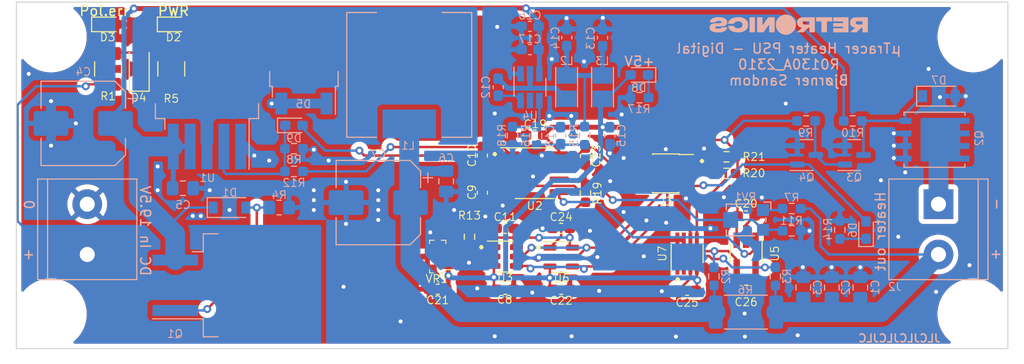
<source format=kicad_pcb>
(kicad_pcb (version 20211014) (generator pcbnew)
  (layers (0 "F.Cu" signal) (31 "B.Cu" signal) (34 "B.Paste" user) (35 "F.Paste" user) (36 "B.SilkS" user "B.Silkscreen") (37 "F.SilkS" user "F.Silkscreen") (38 "B.Mask" user) (39 "F.Mask" user) (44 "Edge.Cuts" user))
  (net 0 "")
  (net 1 "GNDPWR")
  (net 2 "VDC")
  (net 3 "Net-(C6-Pad1)")
  (net 4 "+5V")
  (net 5 "Net-(C9-Pad1)")
  (net 6 "Net-(C10-Pad1)")
  (net 7 "Net-(C10-Pad2)")
  (net 8 "VREF_4.096V")
  (net 9 "Net-(C12-Pad1)")
  (net 10 "Net-(C12-Pad2)")
  (net 11 "Net-(C13-Pad2)")
  (net 12 "Net-(C18-Pad1)")
  (net 13 "Net-(C18-Pad2)")
  (net 14 "CUR_LIM")
  (net 15 "Net-(C23-Pad2)")
  (net 16 "INA_CSENS")
  (net 17 "INA_VSENS")
  (net 18 "Net-(D1-Pad2)")
  (net 19 "Net-(D2-Pad1)")
  (net 20 "Net-(D3-Pad1)")
  (net 21 "Net-(D5-Pad2)")
  (net 22 "Net-(D6-Pad1)")
  (net 23 "OUT_EN")
  (net 24 "Net-(R10-Pad2)")
  (net 25 "Net-(J2-Pad1)")
  (net 26 "SDA")
  (net 27 "SCL")
  (net 28 "Net-(R7-Pad2)")
  (net 29 "Net-(D9-Pad1)")
  (net 30 "Net-(Q3-Pad1)")
  (net 31 "Net-(U2-Pad5)")
  (net 33 "Net-(J1-Pad1)")
  (net 34 "Net-(C1-Pad1)")
  (net 35 "Net-(D8-Pad1)")
  (net 36 "Net-(R13-Pad2)")
  (net 37 "Net-(R19-Pad2)")
  (footprint "LED_SMD:LED_0603_1608Metric_Pad1.05x0.95mm_HandSolder" (layer "F.Cu") (at 70.875 47.25)
    (fp_text reference "D2")
    (fp_text value "\"POWER\"")
  )
  (footprint "Resistor_SMD:R_1210_3225Metric_Pad1.30x2.65mm_HandSolder" (layer "F.Cu") (at 64.25 51.75 -90)
    (fp_text reference "R1")
    (fp_text value "5.6kΩ 1/2W")
  )
  (footprint "Package_TO_SOT_SMD:SOT-23-5_HandSoldering" (layer "F.Cu") (at 128.6 70.4 -90)
    (fp_text reference "U5")
    (fp_text value "INA293B1QDBVRQ1")
  )
  (footprint "Capacitor_SMD:C_0603_1608Metric_Pad1.08x0.95mm_HandSolder" (layer "F.Cu") (at 128.6 66.6 180)
    (fp_text reference "C20")
    (fp_text value "100nF")
  )
  (footprint "Capacitor_SMD:C_0603_1608Metric_Pad1.08x0.95mm_HandSolder" (layer "F.Cu") (at 104.3 74 180)
    (fp_text reference "C8")
    (fp_text value "100nF")
  )
  (footprint "Capacitor_SMD:C_0603_1608Metric_Pad1.08x0.95mm_HandSolder" (layer "F.Cu") (at 102 64.25 -90)
    (fp_text reference "C9")
    (fp_text value "2.2µF")
  )
  (footprint "Capacitor_SMD:C_0603_1608Metric_Pad1.08x0.95mm_HandSolder" (layer "F.Cu") (at 122.65 74.1)
    (fp_text reference "C25")
    (fp_text value "100nF")
  )
  (footprint "Capacitor_SMD:C_0603_1608Metric_Pad1.08x0.95mm_HandSolder" (layer "F.Cu") (at 102 60.5 -90)
    (fp_text reference "C10")
    (fp_text value "2.2µF")
  )
  (footprint "Package_TO_SOT_SMD:SOT-23-8_Handsoldering" (layer "F.Cu") (at 122.65 70.4 90)
    (fp_text reference "U7")
    (fp_text value "INA219AIDCNR")
  )
  (footprint "Package_SO:SOIC-8_3.9x4.9mm_P1.27mm" (layer "F.Cu") (at 107.28 62.28)
    (fp_text reference "U2")
    (fp_text value "ADA4522-2")
  )
  (footprint "Diode_SMD:D_SOD-123" (layer "F.Cu") (at 67.395 51.75 90)
    (fp_text reference "D4")
    (fp_text value "1N4148W")
  )
  (footprint "MountingHole:MountingHole_3.2mm_M3" (layer "F.Cu") (at 151.5 48.5)
    (fp_text reference "H4" hide)
    (fp_text value "MountingHole")
  )
  (footprint "MountingHole:MountingHole_3.2mm_M3" (layer "F.Cu") (at 151.5 76.5)
    (fp_text reference "H3" hide)
    (fp_text value "MountingHole")
  )
  (footprint "Connector_PinSocket_1.27mm:PinSocket_2x03_P1.27mm_Vertical_SMD" (layer "F.Cu") (at 120.5 62.3)
    (fp_text reference "J3")
    (fp_text value "Conn_01x06")
  )
  (footprint "Capacitor_SMD:C_0603_1608Metric_Pad1.08x0.95mm_HandSolder" (layer "F.Cu") (at 107.28 58.43)
    (fp_text reference "C19")
    (fp_text value "100nF")
  )
  (footprint "Resistor_SMD:R_0603_1608Metric_Pad0.98x0.95mm_HandSolder" (layer "F.Cu") (at 112.4 64.3 -90)
    (fp_text reference "R19")
    (fp_text value "22kΩ")
  )
  (footprint "Capacitor_SMD:C_0603_1608Metric_Pad1.08x0.95mm_HandSolder" (layer "F.Cu") (at 128.6 74.1 180)
    (fp_text reference "C26")
    (fp_text value "2.2µF")
  )
  (footprint "Resistor_SMD:R_0603_1608Metric_Pad0.98x0.95mm_HandSolder" (layer "F.Cu") (at 126.625 60.625 180)
    (fp_text reference "R21")
    (fp_text value "4.7kΩ")
  )
  (footprint "Resistor_SMD:R_1210_3225Metric_Pad1.30x2.65mm_HandSolder" (layer "F.Cu") (at 70.625 51.75 90)
    (fp_text reference "R5")
    (fp_text value "5.6kΩ 1/2W")
  )
  (footprint "digikey-footprints:SOT-23-3" (layer "F.Cu") (at 97.5 70.7 180)
    (fp_text reference "VR1")
    (fp_text value "MCP1541T-I_TT")
  )
  (footprint "Capacitor_SMD:C_0603_1608Metric_Pad1.08x0.95mm_HandSolder" (layer "F.Cu") (at 104.3 67.85 180)
    (fp_text reference "C11")
    (fp_text value "2.2µF")
  )
  (footprint "Capacitor_SMD:C_0603_1608Metric_Pad1.08x0.95mm_HandSolder" (layer "F.Cu") (at 109.95 74 180)
    (fp_text reference "C22")
    (fp_text value "100nF")
  )
  (footprint "Capacitor_SMD:C_0603_1608Metric_Pad1.08x0.95mm_HandSolder" (layer "F.Cu") (at 112.4 60.55 -90)
    (fp_text reference "C23")
    (fp_text value "2.2µF")
  )
  (footprint "LED_SMD:LED_0603_1608Metric_Pad1.05x0.95mm_HandSolder" (layer "F.Cu") (at 64.25 47.25)
    (fp_text reference "D3")
    (fp_text value "\"REV POL\"")
  )
  (footprint "Package_TO_SOT_SMD:SOT-23-6" (layer "F.Cu") (at 109.95 70.75)
    (fp_text reference "U6")
    (fp_text value "MCP4726")
  )
  (footprint "Resistor_SMD:R_0603_1608Metric_Pad0.98x0.95mm_HandSolder" (layer "F.Cu") (at 100.7 68.7 -90)
    (fp_text reference "R13")
    (fp_text value "22kΩ")
  )
  (footprint "Resistor_SMD:R_0603_1608Metric_Pad0.98x0.95mm_HandSolder" (layer "F.Cu") (at 126.625 62.3 180)
    (fp_text reference "R20")
    (fp_text value "4.7kΩ")
  )
  (footprint "Capacitor_SMD:C_0603_1608Metric_Pad1.08x0.95mm_HandSolder" (layer "F.Cu") (at 109.95 67.85 180)
    (fp_text reference "C24")
    (fp_text value "2.2µF")
  )
  (footprint "Capacitor_SMD:C_0603_1608Metric_Pad1.08x0.95mm_HandSolder" (layer "F.Cu") (at 97.5 74)
    (fp_text reference "C21")
    (fp_text value "100nF")
  )
  (footprint "MountingHole:MountingHole_3.2mm_M3" (layer "F.Cu") (at 58.5 76.5)
    (fp_text reference "H2" hide)
    (fp_text value "MountingHole")
  )
  (footprint "MountingHole:MountingHole_3.2mm_M3" (layer "F.Cu") (at 58.5 48.5)
    (fp_text reference "H1" hide)
    (fp_text value "MountingHole")
  )
  (footprint "Package_TO_SOT_SMD:SOT-23-6" (layer "F.Cu") (at 104.3 70.7)
    (fp_text reference "U3")
    (fp_text value "MCP4726")
  )
  (footprint "Inductor_SMD:L_Taiyo-Yuden_NR-20xx_HandSoldering" (layer "B.Cu") (at 114.12 53.59 -90)
    (fp_text reference "L3")
    (fp_text value "3.3µH 1.55A")
  )
  (footprint "Resistor_SMD:R_0603_1608Metric_Pad0.98x0.95mm_HandSolder" (layer "B.Cu") (at 131.55 72.7 -90)
    (fp_text reference "R3")
    (fp_text value "10Ω")
  )
  (footprint "Resistor_SMD:R_0603_1608Metric_Pad0.98x0.95mm_HandSolder" (layer "B.Cu") (at 125.35 72.7 -90)
    (fp_text reference "R2")
    (fp_text value "10Ω")
  )
  (footprint "Capacitor_SMD:C_0603_1608Metric_Pad1.08x0.95mm_HandSolder" (layer "B.Cu") (at 103.6 53.59 -90)
    (fp_text reference "C12")
    (fp_text value "100nF")
  )
  (footprint "myDevices:SIRA24DP-T1-GE3" (layer "B.Cu") (at 147.6 58.9)
    (fp_text reference "Q2")
    (fp_text value "SIRA24DP" hide)
  )
  (footprint "Inductor_SMD:L_Taiyo-Yuden_NR-20xx_HandSoldering" (layer "B.Cu") (at 110.5 53.59 90)
    (fp_text reference "L2")
    (fp_text value "10µH 1A")
  )
  (footprint "Capacitor_SMD:CP_Elec_8x10" (layer "B.Cu") (at 91.5075 65.25 180)
    (fp_text reference "C7")
    (fp_text value "470µF 35V")
  )
  (footprint "Resistor_SMD:R_0603_1608Metric_Pad0.98x0.95mm_HandSolder" (layer "B.Cu") (at 139.35 57)
    (fp_text reference "R10")
    (fp_text value "10kΩ")
  )
  (footprint "Resistor_SMD:R_0805_2012Metric_Pad1.20x1.40mm_HandSolder" (layer "B.Cu") (at 81.5 65.75 180)
    (fp_text reference "R4")
    (fp_text value "100kΩ")
  )
  (footprint "Package_TO_SOT_SMD:TO-263-5_TabPin3" (layer "B.Cu") (at 74.225 53.811472 90)
    (fp_text reference "U1")
    (fp_text value "XL4005")
  )
  (footprint "Capacitor_SMD:C_0603_1608Metric_Pad1.08x0.95mm_HandSolder" (layer "B.Cu") (at 110.51 48.58 -90)
    (fp_text reference "C14")
    (fp_text value "22µF 10V")
  )
  (footprint "Resistor_SMD:R_0603_1608Metric_Pad0.98x0.95mm_HandSolder" (layer "B.Cu") (at 83 62.1)
    (fp_text reference "R12")
    (fp_text value "1.5kΩ")
  )
  (footprint "Capacitor_SMD:C_0805_2012Metric_Pad1.18x1.45mm_HandSolder" (layer "B.Cu") (at 140.12 73.82 90)
    (fp_text reference "C1")
    (fp_text value "22µF 25V")
  )
  (footprint "Capacitor_SMD:C_0603_1608Metric_Pad1.08x0.95mm_HandSolder" (layer "B.Cu") (at 114.12 48.6 -90)
    (fp_text reference "C13")
    (fp_text value "22µF 10V")
  )
  (footprint "Capacitor_SMD:C_0805_2012Metric_Pad1.18x1.45mm_HandSolder" (layer "B.Cu") (at 98.35 63.1 -90)
    (fp_text reference "C6")
    (fp_text value "1µF 50V")
  )
  (footprint "Package_TO_SOT_SMD:SOT-23-6_Handsoldering" (layer "B.Cu") (at 106.8 53.59 -90)
    (fp_text reference "U4")
    (fp_text value "TPS54302")
  )
  (footprint "Capacitor_SMD:C_0603_1608Metric_Pad1.08x0.95mm_HandSolder" (layer "B.Cu") (at 114.85 58.5 90)
    (fp_text reference "C15")
    (fp_text value "22µF 10V")
  )
  (footprint "Package_TO_SOT_SMD:TO-263-2" (layer "B.Cu") (at 76.8 73.6)
    (fp_text reference "Q1")
    (fp_text value "IRF4905")
  )
  (footprint "Diode_SMD:D_SOD-123" (layer "B.Cu") (at 76.5 65.75)
    (fp_text reference "D1")
    (fp_text value "12V")
  )
  (footprint "myDevices:TerminalBlock_LCSC_P5.08mm" (layer "B.Cu") (at 148 65.41 -90)
    (fp_text reference "J2")
    (fp_text value "Heater output")
  )
  (footprint "Resistor_SMD:R_0603_1608Metric_Pad0.98x0.95mm_HandSolder" (layer "B.Cu") (at 107.466666 58.49 90)
    (fp_text reference "R16")
    (fp_text value "100kΩ")
  )
  (footprint "Resistor_SMD:R_0603_1608Metric_Pad0.98x0.95mm_HandSolder" (layer "B.Cu") (at 83 59.8)
    (fp_text reference "R8")
    (fp_text value "330Ω")
  )
  (footprint "Capacitor_SMD:C_0805_2012Metric_Pad1.18x1.45mm_HandSolder" (layer "B.Cu") (at 137.245 73.82 90)
    (fp_text reference "C2")
    (fp_text value "22µF 25V")
  )
  (footprint "Resistor_SMD:R_0603_1608Metric_Pad0.98x0.95mm_HandSolder" (layer "B.Cu") (at 133.2 65.85 180)
    (fp_text reference "R7")
    (fp_text value "3.3kΩ")
  )
  (footprint "Inductor_SMD:L_12x12mm_H8mm" (layer "B.Cu") (at 94.624264 52.351472 -90)
    (fp_text reference "L1")
    (fp_text value "33µH 4.2A")
  )
  (footprint "Capacitor_SMD:C_0805_2012Metric_Pad1.18x1.45mm_HandSolder" (layer "B.Cu") (at 71.8 63.8)
    (fp_text reference "C5")
    (fp_text value "1µF 50V")
  )
  (footprint "Potentiometer_SMD:Potentiometer_TT_35W" (layer "B.Cu") (at 128.5 67 180)
    (fp_text reference "RV1")
    (fp_text value "200Ω")
  )
  (footprint "Package_TO_SOT_SMD:TO-252-2" (layer "B.Cu") (at 84 51.041472 90)
    (fp_text reference "D5")
    (fp_text value "VS-50WQ04FN")
  )
  (footprint "Capacitor_SMD:C_0603_1608Metric_Pad1.08x0.95mm_HandSolder" (layer "B.Cu") (at 106.8 49.8)
    (fp_text reference "C17")
    (fp_text value "100nF")
  )
  (footprint "Resistor_SMD:R_0603_1608Metric_Pad0.98x0.95mm_HandSolder" (layer "B.Cu") (at 117.85 54.65 180)
    (fp_text reference "R17")
    (fp_text value "560Ω")
  )
  (footprint "Resistor_SMD:R_2512_6332Metric_Pad1.40x3.35mm_HandSolder" (layer "B.Cu") (at 128.58 76.31)
    (fp_text reference "R6")
    (fp_text value "10mΩ")
  )
  (footprint "Resistor_SMD:R_0603_1608Metric_Pad0.98x0.95mm_HandSolder" (layer "B.Cu") (at 112.32 58.49 -90)
    (fp_text reference "R15")
    (fp_text value "49.9Ω")
  )
  (footprint "Resistor_SMD:R_0603_1608Metric_Pad0.98x0.95mm_HandSolder" (layer "B.Cu") (at 105.04 58.49 -90)
    (fp_text reference "R18")
    (fp_text value "13.3kΩ")
  )
  (footprint "Resistor_SMD:R_0603_1608Metric_Pad0.98x0.95mm_HandSolder" (layer "B.Cu") (at 133.2 68.1 180)
    (fp_text reference "R11")
    (fp_text value "1kΩ")
  )
  (footprint "LED_SMD:LED_0603_1608Metric_Pad1.05x0.95mm_HandSolder" (layer "B.Cu") (at 140.7 68.025 90)
    (fp_text reference "D6")
    (fp_text value "\"Heater on\"")
  )
  (footprint "Capacitor_SMD:C_0603_1608Metric_Pad1.08x0.95mm_HandSolder" (layer "B.Cu") (at 109.893332 58.49 -90)
    (fp_text reference "C18")
    (fp_text value "75pF")
  )
  (footprint "Package_TO_SOT_SMD:SOT-23" (layer "B.Cu") (at 134.7 60.45)
    (fp_text reference "Q4")
    (fp_text value "BC847")
  )
  (footprint "Capacitor_SMD:C_0603_1608Metric_Pad1.08x0.95mm_HandSolder" (layer "B.Cu") (at 106.8 47.45)
    (fp_text reference "C16")
    (fp_text value "10µF 35V")
  )
  (footprint "LED_SMD:LED_0603_1608Metric_Pad1.05x0.95mm_HandSolder" (layer "B.Cu") (at 83 57.45)
    (fp_text reference "D9")
    (fp_text value "\"CUR LIM\"")
  )
  (footprint "myDevices:TerminalBlock_LCSC_P5.08mm" (layer "B.Cu") (at 62.15 70.49 90)
    (fp_text reference "J1" hide)
    (fp_text value "SMPS2_SEC")
  )
  (footprint "Resistor_SMD:R_0603_1608Metric_Pad0.98x0.95mm_HandSolder" (layer "B.Cu") (at 134.65 57)
    (fp_text reference "R9")
    (fp_text value "1.5kΩ")
  )
  (footprint "Resistor_SMD:R_0603_1608Metric_Pad0.98x0.95mm_HandSolder" (layer "B.Cu") (at 138.05 68 90)
    (fp_text reference "R14")
    (fp_text value "560Ω")
  )
  (footprint "LED_SMD:LED_0603_1608Metric_Pad1.05x0.95mm_HandSolder" (layer "B.Cu") (at 117.8275 52.35 180)
    (fp_text reference "D8")
    (fp_text value "\"+5V\"")
  )
  (footprint "Graphics:retronics_logo_18mm" (layer "B.Cu") (at 132.9 47.25 180)
    (fp_text reference "G***" hide)
    (fp_text value "LOGO" hide)
  )
  (footprint "Diode_SMD:D_SOD-123" (layer "B.Cu") (at 148.05 54.5)
    (fp_text reference "D7")
    (fp_text value "12V")
  )
  (footprint "Capacitor_SMD:CP_Elec_8x10" (layer "B.Cu") (at 61.75 57.25 180)
    (fp_text reference "C4")
    (fp_text value "470µF 35V")
  )
  (footprint "Capacitor_SMD:C_0805_2012Metric_Pad1.18x1.45mm_HandSolder" (layer "B.Cu") (at 134.37 73.82 90)
    (fp_text reference "C3")
    (fp_text value "22µF 25V")
  )
  (footprint "Package_TO_SOT_SMD:SOT-23" (layer "B.Cu") (at 139.5 60.45)
    (fp_text reference "Q3")
    (fp_text value "BC847")
  )
  (gr_line (start 55 80) (end 155 80) (layer "Edge.Cuts") (width 0.1))
  (gr_line (start 155 45) (end 155 80) (layer "Edge.Cuts") (width 0.1))
  (gr_line (start 55 45) (end 55 80) (layer "Edge.Cuts") (width 0.1))
  (gr_line (start 55 45) (end 155 45) (layer "Edge.Cuts") (width 0.1))
  (gr_text "+" (at 153.8 70.4) (layer "B.SilkS") (effects (font (size 1 1)) (justify mirror)))
  (gr_text "0" (at 56.35 65.45 90) (layer "B.SilkS") (effects (font (size 1 1)) (justify mirror)))
  (gr_text "+" (at 56.25 70.45) (layer "B.SilkS") (effects (font (size 1 1)) (justify mirror)))
  (gr_text "µTracer Heater PSU - Digital\nR0130A_2310\nBjørner Sandom\n" (at 132.904279 51.3) (layer "B.SilkS") (effects (font (size 1 1)) (justify mirror)))
  (gr_text "Heater out" (at 142.15 68.15 90) (layer "B.SilkS") (effects (font (size 1 1)) (justify mirror)))
  (gr_text "-" (at 153.8 65.4 90) (layer "B.SilkS") (effects (font (size 1 1)) (justify mirror)))
  (gr_text "+5V" (at 117.85 51) (layer "B.SilkS") (effects (font (size 1 1)) (justify mirror)))
  (gr_text "DC In 19.5V" (at 68 68.1 270) (layer "B.SilkS") (effects (font (size 1 1)) (justify mirror)))
  (gr_text "JLCJLCJLCJLC" (at 144.05 78.95) (layer "B.SilkS") (effects (font (size 0.8 0.8)) (justify mirror)))
  (gr_text "." (at 101.9 69.15) (layer "F.SilkS") (effects (font (size 1.5 1.5) (thickness 0.3))))
  (gr_text "." (at 107.65 69.2) (layer "F.SilkS") (effects (font (size 1.5 1.5) (thickness 0.3))))
  (gr_text "." (at 124.15 60.45) (layer "F.SilkS") (effects (font (size 1.5 1.5) (thickness 0.3))))
  (gr_text "." (at 103.25 59.75) (layer "F.SilkS") (effects (font (size 1.5 1.5) (thickness 0.3))))
  (gr_text "Pol.err." (at 64.1 45.9) (layer "F.SilkS") (effects (font (size 1 1))))
  (gr_text "." (at 121.7 72.4) (layer "F.SilkS") (effects (font (size 1.5 1.5) (thickness 0.3))))
  (gr_text "PWR" (at 70.85 45.9) (layer "F.SilkS") (effects (font (size 1 1))))
  (segment (start 128.6 69.05) (end 128.6 67.4625) (width 0.25) (layer "F.Cu") (net 1))
  (segment (start 122.98 71.75) (end 122.98 72.9075) (width 0.25) (layer "F.Cu") (net 1))
  (segment (start 108.075 67.85) (end 109.0875 67.85) (width 0.25) (layer "F.Cu") (net 1))
  (segment (start 107.75 70.75) (end 107.7 70.8) (width 0.25) (layer "F.Cu") (net 1))
  (segment (start 128.6 67.4625) (end 129.4625 66.6) (width 0.25) (layer "F.Cu") (net 1))
  (segment (start 108.8125 70.75) (end 107.75 70.75) (width 0.25) (layer "F.Cu") (net 1))
  (segment (start 122.98 72.9075) (end 121.7875 74.1) (width 0.25) (layer "F.Cu") (net 1))
  (via (at 108.75 56.5) (size 0.8) (drill 0.4) (layers "F.Cu" "B.Cu") (net 1))
  (via (at 96.75 68.25) (size 0.8) (drill 0.4) (layers "F.Cu" "B.Cu") (net 1))
  (via (at 120.5 59.85) (size 0.8) (drill 0.4) (layers "F.Cu" "B.Cu") (net 1))
  (via (at 140.12 71.77) (size 0.8) (drill 0.4) (layers "F.Cu" "B.Cu") (net 1))
  (via (at 143.5 59.5) (size 0.8) (drill 0.4) (layers "F.Cu" "B.Cu") (net 1))
  (via (at 91.5 67) (size 0.8) (drill 0.4) (layers "F.Cu" "B.Cu") (net 1))
  (via (at 135 68.1) (size 0.8) (drill 0.4) (layers "F.Cu" "B.Cu") (net 1))
  (via (at 148.15 54.6) (size 0.8) (drill 0.4) (layers "F.Cu" "B.Cu") (net 1))
  (via (at 126.36 64.71) (size 0.8) (drill 0.4) (layers "F.Cu" "B.Cu") (net 1))
  (via (at 103.5 47.5) (size 0.8) (drill 0.4) (layers "F.Cu" "B.Cu") (net 1))
  (via (at 128.45 76.45) (size 0.8) (drill 0.4) (layers "F.Cu" "B.Cu") (net 1))
  (via (at 116.25 66.2) (size 0.8) (drill 0.4) (layers "F.Cu" "B.Cu") (net 1))
  (via (at 113.78 74.16) (size 0.8) (drill 0.4) (layers "F.Cu" "B.Cu") (net 1))
  (via (at 120.537299 67.287299) (size 0.8) (drill 0.4) (layers "F.Cu" "B.Cu") (net 1))
  (via (at 114.15 46.59) (size 0.8) (drill 0.4) (layers "F.Cu" "B.Cu") (net 1))
  (via (at 69.25 64) (size 0.8) (drill 0.4) (layers "F.Cu" "B.Cu") (net 1))
  (via (at 147 51.75) (size 0.8) (drill 0.4) (layers "F.Cu" "B.Cu") (net 1))
  (via (at 73.6 66.6) (size 0.8) (drill 0.4) (layers "F.Cu" "B.Cu") (net 1))
  (via (at 103.25 56.25) (size 0.8) (drill 0.4) (layers "F.Cu" "B.Cu") (net 1))
  (via (at 133.8 78.65) (size 0.8) (drill 0.4) (layers "F.Cu" "B.Cu") (net 1))
  (via (at 107.11 62.61) (size 0.8) (drill 0.4) (layers "F.Cu" "B.Cu") (net 1))
  (via (at 144.65 62.2) (size 0.8) (drill 0.4) (layers "F.Cu" "B.Cu") (net 1))
  (via (at 102.3 66.65) (size 0.8) (drill 0.4) (layers "F.Cu" "B.Cu") (net 1))
  (via (at 84.9995 59.9) (size 0.8) (drill 0.4) (layers "F.Cu" "B.Cu") (net 1))
  (via (at 143.5 60.75) (size 0.8) (drill 0.4) (layers "F.Cu" "B.Cu") (net 1))
  (via (at 118.55 67.05) (size 0.8) (drill 0.4) (layers "F.Cu" "B.Cu") (net 1))
  (via (at 100.65 71.32) (size 0.8) (drill 0.4) (layers "F.Cu" "B.Cu") (net 1))
  (via (at 85 65) (size 0.8) (drill 0.4) (layers "F.Cu" "B.Cu") (net 1))
  (via (at 110.49 46.62) (size 0.8) (drill 0.4) (layers "F.Cu" "B.Cu") (net 1))
  (via (at 80.75 55.25) (size 0.8) (drill 0.4) (layers "F.Cu" "B.Cu") (net 1))
  (via (at 121.52 78.78) (size 0.8) (drill 0.4) (layers "F.Cu" "B.Cu") (net 1))
  (via (at 58.5 55) (size 0.8) (drill 0.4) (layers "F.Cu" "B.Cu") (net 1))
  (via (at 88 73.75) (size 0.8) (drill 0.4) (layers "F.Cu" "B.Cu") (net 1))
  (via (at 110.97 56.5) (size 0.8) (drill 0.4) (layers "F.Cu" "B.Cu") (net 1))
  (via (at 93.75 77.25) (size 0.8) (drill 0.4) (layers "F.Cu" "B.Cu") (net 1))
  (via (at 134.32 71.77) (size 0.8) (drill 0.4) (layers "F.Cu" "B.Cu") (net 1))
  (via (at 69.25 61.6) (size 0.8) (drill 0.4) (layers "F.Cu" "B.Cu") (net 1))
  (via (at 143.5 58.25) (size 0.8) (drill 0.4) (layers "F.Cu" "B.Cu") (net 1))
  (via (at 150.75 54.5) (size 0.8) (drill 0.4) (layers "F.Cu" "B.Cu") (net 1))
  (via (at 88.25 67.4) (size 0.8) (drill 0.4) (layers "F.Cu" "B.Cu") (net 1))
  (via (at 56.25 52.25) (size 0.8) (drill 0.4) (layers "F.Cu" "B.Cu") (net 1))
  (via (at 104.05 65.55) (size 0.8) (drill 0.4) (layers "F.Cu" "B.Cu") (net 1))
  (via (at 137.22 71.77) (size 0.8) (drill 0.4) (layers "F.Cu" "B.Cu") (net 1))
  (via (at 151.13 71.57) (size 0.8) (drill 0.4) (layers "F.Cu" "B.Cu") (net 1))
  (via (at 80.5 61) (size 0.8) (drill 0.4) (layers "F.Cu" "B.Cu") (net 1))
  (via (at 124.36 59.79) (size 0.8) (drill 0.4) (layers "F.Cu" "B.Cu") (net 1))
  (via (at 91.5 65) (size 0.8) (drill 0.4) (layers "F.Cu" "B.Cu") (net 1))
  (via (at 72.8 66.6) (size 0.8) (drill 0.4) (layers "F.Cu" "B.Cu") (net 1))
  (via (at 143.95 68.7) (size 0.8) (drill 0.4) (layers "F.Cu" "B.Cu") (net 1))
  (via (at 120.1 74.2) (size 0.8) (drill 0.4) (layers "F.Cu" "B.Cu") (net 1))
  (via (at 112.25 51) (size 0.8) (drill 0.4) (layers "F.Cu" "B.Cu") (net 1))
  (via (at 85 66) (size 0.8) (drill 0.4) (layers "F.Cu" "B.Cu") (net 1))
  (via (at 107.7 70.8) (size 0.8) (drill 0.4) (layers "F.Cu" "B.Cu") (net 1))
  (via (at 86.5 61) (size 0.8) (drill 0.4) (layers "F.Cu" "B.Cu") (net 1))
  (via (at 125 67.85) (size 0.8) (drill 0.4) (layers "F.Cu" "B.Cu") (net 1))
  (via (at 116.25 60.75) (size 0.8) (drill 0.4) (layers "F.Cu" "B.Cu") (net 1))
  (via (at 99.15 66) (size 0.8) (drill 0.4) (layers "F.Cu" "B.Cu") (net 1))
  (via (at 109 50.75) (size 0.8) (drill 0.4) (layers "F.Cu" "B.Cu") (net 1))
  (via (at 132.6 55.25) (size 0.8) (drill 0.4) (layers "F.Cu" "B.Cu") (net 1))
  (via (at 114.89 63.08) (size 0.8) (drill 0.4) (layers "F.Cu" "B.Cu") (net 1))
  (via (at 128.48 78.78) (size 0.8) (drill 0.4) (layers "F.Cu" "B.Cu") (net 1))
  (via (at 111 78.75) (size 0.8) (drill 0.4) (layers "F.Cu" "B.Cu") (net 1))
  (via (at 142.2 63) (size 0.8) (drill 0.4) (layers "F.Cu" "B.Cu") (net 1))
  (via (at 118.28 70.67) (size 0.8) (drill 0.4) (layers "F.Cu" "B.Cu") (net 1))
  (via (at 103.25 78.75) (size 0.8) (drill 0.4) (layers "F.Cu" "B.Cu") (net 1))
  (via (at 114.847299 60.272701) (size 0.8) (drill 0.4) (layers "F.Cu" "B.Cu") (net 1))
  (via (at 107.04 74.34) (size 0.8) (drill 0.4) (layers "F.Cu" "B.Cu") (net 1))
  (via (at 79 60.5) (size 0.8) (drill 0.4) (layers "F.Cu" "B.Cu") (net 1))
  (via (at 112.85 68.1) (size 0.8) (drill 0.4) (layers "F.Cu" "B.Cu") (net 1))
  (via (at 101.48 73.91) (size 0.8) (drill 0.4) (layers "F.Cu" "B.Cu") (net 1))
  (via (at 130.19 64.74) (size 0.8) (drill 0.4) (layers "F.Cu" "B.Cu") (net 1))
  (via (at 113.6 70.75) (size 0.8) (drill 0.4) (layers "F.Cu" "B.Cu") (net 1))
  (via (at 74.5 64) (size 0.8) (drill 0.4) (layers "F.Cu" "B.Cu") (net 1))
  (via (at 58.5 59.5) (size 0.8) (drill 0.4) (layers "F.Cu" "B.Cu") (net 1))
  (via (at 91.5 66) (size 0.8) (drill 0.4) (layers "F.Cu" "B.Cu") (net 1))
  (via (at 122.54 64.83) (size 0.8) (drill 0.4) (layers "F.Cu" "B.Cu") (net 1))
  (via (at 88.25 63.15) (size 0.8) (drill 0.4) (layers "F.Cu" "B.Cu") (net 1))
  (via (at 91.5 64) (size 0.8) (drill 0.4) (layers "F.Cu" "B.Cu") (net 1))
  (via (at 116.05 56.35) (size 0.8) (drill 0.4) (layers "F.Cu" "B.Cu") (net 1))
  (via (at 85 64) (size 0.8) (drill 0.4) (layers "F.Cu" "B.Cu") (net 1))
  (via (at 147.76 74.26) (size 0.8) (drill 0.4) (layers "F.Cu" "B.Cu") (net 1))
  (via (at 61 57.25) (size 0.8) (drill 0.4) (layers "F.Cu" "B.Cu") (net 1))
  (via (at 108 60.5) (size 0.8) (drill 0.4) (layers "F.Cu" "B.Cu") (net 1))
  (via (at 108.075 67.85) (size 0.8) (drill 0.4) (layers "F.Cu" "B.Cu") (net 1))
  (via (at 76.5 66) (size 0.8) (drill 0.4) (layers "F.Cu" "B.Cu") (net 1))
  (segment (start 114.12 47.7375) (end 114.12 46.62) (width 0.5) (layer "B.Cu") (net 1))
  (segment (start 83.9125 59.9) (end 84.9995 59.9) (width 0.25) (layer "B.Cu") (net 1))
  (segment (start 78.086472 59.586472) (end 77.625 59.586472) (width 1) (layer "B.Cu") (net 1))
  (segment (start 144.679 58.265) (end 143.515 58.265) (width 0.5) (layer "B.Cu") (net 1))
  (segment (start 137.245 72.7825) (end 137.245 71.795) (width 0.5) (layer "B.Cu") (net 1))
  (segment (start 110.51 46.64) (end 110.49 46.62) (width 0.5) (layer "B.Cu") (net 1))
  (segment (start 81.72 55.241472) (end 80.758528 55.241472) (width 1) (layer "B.Cu") (net 1))
  (segment (start 80.758528 55.241472) (end 80.75 55.25) (width 1) (layer "B.Cu") (net 1))
  (segment (start 86.28 55.241472) (end 81.72 55.241472) (width 1) (layer "B.Cu") (net 1))
  (segment (start 79 60.5) (end 78.086472 59.586472) (width 1) (layer "B.Cu") (net 1))
  (segment (start 143.515 58.265) (end 143.5 58.25) (width 0.5) (layer "B.Cu") (net 1))
  (segment (start 114.12 46.62) (end 114.15 46.59) (width 0.5) (layer "B.Cu") (net 1))
  (segment (start 134.37 72.7825) (end 134.37 71.82) (width 0.5) (layer "B.Cu") (net 1))
  (segment (start 140.12 72.7825) (end 140.12 71.77) (width 0.5) (layer "B.Cu") (net 1))
  (segment (start 143.535 59.535) (end 143.5 59.5) (width 0.5) (layer "B.Cu") (net 1))
  (segment (start 58.5 57.25) (end 58.5 59.5) (width 1) (layer "B.Cu") (net 1))
  (segment (start 58.5 57.25) (end 61 57.25) (width 1) (layer "B.Cu") (net 1))
  (segment (start 149.7 54.5) (end 150.75 54.5) (width 0.25) (layer "B.Cu") (net 1))
  (segment (start 134.1125 68.1) (end 135 68.1) (width 0.25) (layer "B.Cu") (net 1))
  (segment (start 137.245 71.795) (end 137.22 71.77) (width 0.5) (layer "B.Cu") (net 1))
  (segment (start 134.37 71.82) (end 134.32 71.77) (width 0.5) (layer "B.Cu") (net 1))
  (segment (start 110.51 47.7175) (end 110.51 46.64) (width 0.5) (layer "B.Cu") (net 1))
  (segment (start 144.679 60.805) (end 143.555 60.805) (width 0.5) (layer "B.Cu") (net 1))
  (segment (start 144.679 59.535) (end 143.535 59.535) (width 0.5) (layer "B.Cu") (net 1))
  (segment (start 143.555 60.805) (end 143.5 60.75) (width 0.5) (layer "B.Cu") (net 1))
  (segment (start 58.5 57.25) (end 58.5 55) (width 1) (layer "B.Cu") (net 1))
  (segment (start 114.847299 60.272701) (end 114.847299 59.365201) (width 0.25) (layer "B.Cu") (net 1))
  (segment (start 114.847299 59.365201) (end 114.85 59.3625) (width 0.25) (layer "B.Cu") (net 1))
  (segment (start 71.8 45.6) (end 71.75 45.65) (width 0.5) (layer "F.Cu") (net 2))
  (segment (start 106.4 45.7) (end 106.3 45.6) (width 0.5) (layer "F.Cu") (net 2))
  (segment (start 106.3 45.6) (end 71.8 45.6) (width 0.5) (layer "F.Cu") (net 2))
  (segment (start 66.85 45.65) (end 71.75 45.65) (width 0.5) (layer "F.Cu") (net 2))
  (segment (start 71.75 47.25) (end 71.75 45.65) (width 0.25) (layer "F.Cu") (net 2))
  (via (at 106.4 45.625) (size 0.8) (drill 0.4) (layers "F.Cu" "B.Cu") (net 2))
  (via (at 66.85 45.65) (size 0.8) (drill 0.4) (layers "F.Cu" "B.Cu") (net 2))
  (segment (start 107.75 52.25) (end 107.75 47.5375) (width 0.5) (layer "B.Cu") (net 2))
  (segment (start 71.025 68.425) (end 71.025 71.06) (width 2) (layer "B.Cu") (net 2))
  (segment (start 70.3 67.7) (end 71.025 68.425) (width 2) (layer "B.Cu") (net 2))
  (segment (start 132.375 45.625) (end 137.8 51.05) (width 0.25) (layer "B.Cu") (net 2))
  (segment (start 65.85 55.4) (end 65 56.25) (width 0.5) (layer "B.Cu") (net 2))
  (segment (start 70.825 59.586472) (end 67.336472 59.586472) (width 2) (layer "B.Cu") (net 2))
  (segment (start 107.6625 46.9625) (end 107.6625 47.45) (width 0.5) (layer "B.Cu") (net 2))
  (segment (start 70.825 59.586472) (end 70.825 63.1125) (width 0.5) (layer "B.Cu") (net 2))
  (segment (start 106.4 45.7) (end 107.6625 46.9625) (width 0.5) (layer "B.Cu") (net 2))
  (segment (start 74.85 65.75) (end 72.25 65.75) (width 0.25) (layer "B.Cu") (net 2))
  (segment (start 138.4375 57) (end 138.4375 51.6875) (width 0.25) (layer "B.Cu") (net 2))
  (segment (start 70.825 63.1125) (end 70.8 63.1375) (width 0.5) (layer "B.Cu") (net 2))
  (segment (start 138.4375 51.6875) (end 137.8 51.05) (width 0.25) (layer "B.Cu") (net 2))
  (segment (start 66.85 45.65) (end 65.85 46.65) (width 0.5) (layer "B.Cu") (net 2))
  (segment (start 107.75 47.5375) (end 107.6625 47.45) (width 0.5) (layer "B.Cu") (net 2))
  (segment (start 72.25 65.75) (end 70.3 67.7) (width 0.25) (layer "B.Cu") (net 2))
  (segment (start 67.336472 64.736472) (end 70.3 67.7) (width 2) (layer "B.Cu") (net 2))
  (segment (start 67.336472 59.586472) (end 65 57.25) (width 2) (layer "B.Cu") (net 2))
  (segment (start 65 56.25) (end 65 57.25) (width 0.5) (layer "B.Cu") (net 2))
  (segment (start 106.4 45.625) (end 132.375 45.625) (width 0.25) (layer "B.Cu") (net 2))
  (segment (start 72.525 59.586472) (end 70.825 59.586472) (width 0.5) (layer "B.Cu") (net 2))
  (segment (start 67.336472 59.586472) (end 67.336472 64.736472) (width 2) (layer "B.Cu") (net 2))
  (segment (start 65.85 46.65) (end 65.85 55.4) (width 0.5) (layer "B.Cu") (net 2))
  (segment (start 94.75 71.2) (end 99.605 76.055) (width 2) (layer "B.Cu") (net 3))
  (segment (start 99.86 76.31) (end 99.605 76.055) (width 2) (layer "B.Cu") (net 3))
  (segment (start 94.624264 62.575736) (end 94.624264 65.116764) (width 2) (layer "B.Cu") (net 3))
  (segment (start 98.35 62.0625) (end 95.1375 62.0625) (width 1) (layer "B.Cu") (net 3))
  (segment (start 94.624264 65.116764) (end 94.7575 65.25) (width 2) (layer "B.Cu") (net 3))
  (segment (start 94.7575 65.25) (end 94.75 65.2575) (width 2) (layer "B.Cu") (net 3))
  (segment (start 94.75 65.2575) (end 94.75 71.2) (width 2) (layer "B.Cu") (net 3))
  (segment (start 125.53 76.31) (end 99.86 76.31) (width 2) (layer "B.Cu") (net 3))
  (segment (start 125.4 77.4) (end 125.4 73.6625) (width 0.25) (layer "B.Cu") (net 3))
  (segment (start 125.4 73.6625) (end 125.35 73.6125) (width 0.25) (layer "B.Cu") (net 3))
  (segment (start 94.624264 57.301472) (end 94.624264 62.575736) (width 2) (layer "B.Cu") (net 3))
  (segment (start 95.1375 62.0625) (end 94.624264 62.575736) (width 1) (layer "B.Cu") (net 3))
  (segment (start 118.7 61.03) (end 118.7 60.155) (width 0.5) (layer "F.Cu") (net 4))
  (segment (start 109.755 60.375) (end 109.755 60.0425) (width 0.25) (layer "F.Cu") (net 4))
  (segment (start 108.8125 71.7) (end 108.8125 73.725) (width 0.25) (layer "F.Cu") (net 4))
  (segment (start 127.7375 66.6) (end 127.7375 60.825) (width 0.25) (layer "F.Cu") (net 4))
  (segment (start 123.63 71.75) (end 123.63 73.9825) (width 0.25) (layer "F.Cu") (net 4))
  (segment (start 108.935 57.6375) (end 108.1425 58.43) (width 0.5) (layer "F.Cu") (net 4))
  (segment (start 127.65 66.6875) (end 127.7375 66.6) (width 0.25) (layer "F.Cu") (net 4))
  (segment (start 123.63 73.9825) (end 123.5125 74.1) (width 0.25) (layer "F.Cu") (net 4))
  (segment (start 103.1625 71.65) (end 103.1625 72.7875) (width 0.25) (layer "F.Cu") (net 4))
  (segment (start 103.1625 73.725) (end 103.4375 74) (width 0.25) (layer "F.Cu") (net 4))
  (segment (start 118.7 60.155) (end 117.4625 58.9175) (width 0.5) (layer "F.Cu") (net 4))
  (segment (start 108.8125 73.725) (end 109.0875 74) (width 0.25) (layer "F.Cu") (net 4))
  (segment (start 114.1375 57.6375) (end 108.935 57.6375) (width 0.5) (layer "F.Cu") (net 4))
  (segment (start 127.7375 60.825) (end 127.5375 60.625) (width 0.25) (layer "F.Cu") (net 4))
  (segment (start 126.4275 58.9175) (end 117.4625 58.9175) (width 0.25) (layer "F.Cu") (net 4))
  (segment (start 117.4625 58.9175) (end 116.1825 57.6375) (width 0.5) (layer "F.Cu") (net 4))
  (segment (start 116.1825 57.6375) (end 114.1375 57.6375) (width 0.5) (layer "F.Cu") (net 4))
  (segment (start 127.65 69.05) (end 127.65 66.6875) (width 0.25) (layer "F.Cu") (net 4))
  (segment (start 109.755 60.0425) (end 108.1425 58.43) (width 0.25) (layer "F.Cu") (net 4))
  (segment (start 98.3625 74) (end 98.55 73.8125) (width 0.5) (layer "F.Cu") (net 4))
  (segment (start 98.55 73.8125) (end 98.55 71.65) (width 0.5) (layer "F.Cu") (net 4))
  (segment (start 126.43 58.92) (end 126.4275 58.9175) (width 0.25) (layer "F.Cu") (net 4))
  (segment (start 127.5375 60.625) (end 127.5375 60.0275) (width 0.25) (layer "F.Cu") (net 4))
  (segment (start 103.1625 72.7875) (end 103.1625 73.725) (width 0.25) (layer "F.Cu") (net 4))
  (segment (start 127.5375 60.0275) (end 126.43 58.92) (width 0.25) (layer "F.Cu") (net 4))
  (via (at 103.1625 72.7875) (size 0.8) (drill 0.4) (layers "F.Cu" "B.Cu") (net 4))
  (via (at 123.680261 73.093339) (size 0.8) (drill 0.4) (layers "F.Cu" "B.Cu") (net 4))
  (via (at 98.576728 72.623272) (size 0.8) (drill 0.4) (layers "F.Cu" "B.Cu") (net 4))
  (via (at 126.43 58.92) (size 0.8) (drill 0.4) (layers "F.Cu" "B.Cu") (net 4))
  (via (at 114.1375 57.6375) (size 0.8) (drill 0.4) (layers "F.Cu" "B.Cu") (net 4))
  (via (at 108.8 72.85) (size 0.8) (drill 0.4) (layers "F.Cu" "B.Cu") (net 4))
  (segment (start 133.7375 57) (end 128.35 57) (width 0.25) (layer "B.Cu") (net 4))
  (segment (start 111.73 63.02) (end 109.08 63.02) (width 0.5) (layer "B.Cu") (net 4))
  (segment (start 104.35 67.75) (end 104.35 72.85) (width 0.5) (layer "B.Cu") (net 4))
  (segment (start 114.12 54.765) (end 113.925 54.96) (width 0.5) (layer "B.Cu") (net 4))
  (segment (start 106.725 72.85) (end 104.35 72.85) (width 0.5) (layer "B.Cu") (net 4))
  (segment (start 114.5375 54.765) (end 116.9525 52.35) (width 0.25) (layer "B.Cu") (net 4))
  (segment (start 108.8 72.85) (end 106.725 72.85) (width 0.5) (layer "B.Cu") (net 4))
  (segment (start 113.925 57.425) (end 113.925 60.695) (width 0.5) (layer "B.Cu") (net 4))
  (segment (start 113.99 60.76) (end 111.73 63.02) (width 0.5) (layer "B.Cu") (net 4))
  (segment (start 98.803456 72.85) (end 98.576728 72.623272) (width 0.5) (layer "B.Cu") (net 4))
  (segment (start 114.12 54.765) (end 114.5375 54.765) (width 0.25) (layer "B.Cu") (net 4))
  (segment (start 114.85 57.6375) (end 114.1375 57.6375) (width 0.5) (layer "B.Cu") (net 4))
  (segment (start 113.925 54.96) (end 113.925 57.425) (width 0.5) (layer "B.Cu") (net 4))
  (segment (start 113.925 60.695) (end 113.99 60.76) (width 0.5) (layer "B.Cu") (net 4))
  (segment (start 108.8 72.85) (end 123.436922 72.85) (width 0.5) (layer "B.Cu") (net 4))
  (segment (start 109.08 63.02) (end 104.35 67.75) (width 0.5) (layer "B.Cu") (net 4))
  (segment (start 123.436922 72.85) (end 123.680261 73.093339) (width 0.5) (layer "B.Cu") (net 4))
  (segment (start 114.1375 57.6375) (end 113.925 57.425) (width 0.5) (layer "B.Cu") (net 4))
  (segment (start 104.35 72.85) (end 98.803456 72.85) (width 0.5) (layer "B.Cu") (net 4))
  (segment (start 128.35 57) (end 126.43 58.92) (width 0.25) (layer "B.Cu") (net 4))
  (segment (start 105.45 63.56) (end 111.28 63.56) (width 0.25) (layer "F.Cu") (net 5))
  (segment (start 112.04 64.32) (end 112.64 64.32) (width 0.25) (layer "F.Cu") (net 5))
  (segment (start 104.805 62.915) (end 105.45 63.56) (width 0.25) (layer "F.Cu") (net 5))
  (segment (start 111.28 63.56) (end 112.04 64.32) (width 0.25) (layer "F.Cu") (net 5))
  (segment (start 112.64 64.32) (end 114.48 64.32) (width 0.25) (layer "F.Cu") (net 5))
  (segment (start 114.48 64.32) (end 115.15 64.99) (width 0.25) (layer "F.Cu") (net 5))
  (segment (start 104.805 62.915) (end 102.4725 62.915) (width 0.25) (layer "F.Cu") (net 5))
  (via (at 115.15 64.99) (size 0.8) (drill 0.4) (layers "F.Cu" "B.Cu") (net 5))
  (segment (start 123.684695 67) (end 127.05 67) (width 0.25) (layer "B.Cu") (net 5))
  (segment (start 132.1875 68) (end 132.2875 68.1) (width 0.25) (layer "B.Cu") (net 5))
  (segment (start 121.674695 64.99) (end 123.684695 67) (width 0.25) (layer "B.Cu") (net 5))
  (segment (start 115.15 64.99) (end 121.674695 64.99) (width 0.25) (layer "B.Cu") (net 5))
  (segment (start 127.05 67) (end 129.3 67) (width 0.25) (layer "B.Cu") (net 5))
  (segment (start 129.3 67) (end 130.3 68) (width 0.25) (layer "B.Cu") (net 5))
  (segment (start 130.3 68) (end 132.1875 68) (width 0.25) (layer "B.Cu") (net 5))
  (segment (start 92.738 59.6375) (end 102 59.6375) (width 0.25) (layer "F.Cu") (net 6))
  (segment (start 102 59.6375) (end 104.0675 59.6375) (width 0.25) (layer "F.Cu") (net 6))
  (segment (start 104.0675 59.6375) (end 104.805 60.375) (width 0.25) (layer "F.Cu") (net 6))
  (via (at 92.738 59.6375) (size 0.8) (drill 0.4) (layers "F.Cu" "B.Cu") (net 6))
  (segment (start 90.2755 62.1) (end 83.9125 62.1) (width 0.25) (layer "B.Cu") (net 6))
  (segment (start 92.738 59.6375) (end 90.2755 62.1) (width 0.25) (layer "B.Cu") (net 6))
  (segment (start 104.805 61.645) (end 102.2825 61.645) (width 0.25) (layer "F.Cu") (net 7))
  (segment (start 100.7 62.6625) (end 102 61.3625) (width 0.25) (layer "F.Cu") (net 7))
  (segment (start 100.7 67.7875) (end 100.7 62.6625) (width 0.25) (layer "F.Cu") (net 7))
  (segment (start 105.1625 67.85) (end 105.1625 69.475) (width 0.25) (layer "F.Cu") (net 8))
  (segment (start 99.5125 68.7875) (end 98.55 69.75) (width 0.25) (layer "F.Cu") (net 8))
  (segment (start 110.8125 69.525) (end 111.0875 69.8) (width 0.25) (layer "F.Cu") (net 8))
  (segment (start 110.8125 68.7875) (end 110.8125 69.525) (width 0.25) (layer "F.Cu") (net 8))
  (segment (start 107.7125 68.7875) (end 99.5125 68.7875) (width 0.25) (layer "F.Cu") (net 8))
  (segment (start 110.8125 67.85) (end 110.8125 68.7875) (width 0.25) (layer "F.Cu") (net 8))
  (segment (start 105.1625 69.475) (end 105.4375 69.75) (width 0.25) (layer "F.Cu") (net 8))
  (via (at 107.7125 68.7875) (size 0.8) (drill 0.4) (layers "F.Cu" "B.Cu") (net 8))
  (via (at 110.8125 68.7875) (size 0.8) (drill 0.4) (layers "F.Cu" "B.Cu") (net 8))
  (segment (start 110.8125 68.7875) (end 107.7125 68.7875) (width 0.25) (layer "B.Cu") (net 8))
  (segment (start 106.8 52.25) (end 106.8 53.55) (width 0.5) (layer "B.Cu") (net 9))
  (segment (start 104.5625 53.7) (end 106.95 53.7) (width 0.5) (layer "B.Cu") (net 9))
  (segment (start 106.8 53.55) (end 106.95 53.7) (width 0.5) (layer "B.Cu") (net 9))
  (segment (start 103.6 52.7375) (end 104.5625 53.7) (width 0.5) (layer "B.Cu") (net 9))
  (segment (start 109.39 53.7) (end 110.465 54.775) (width 0.5) (layer "B.Cu") (net 9))
  (segment (start 106.95 53.7) (end 109.39 53.7) (width 0.5) (layer "B.Cu") (net 9))
  (segment (start 110.465 54.775) (end 110.5 54.775) (width 0.5) (layer "B.Cu") (net 9))
  (segment (start 105.3625 54.4625) (end 105.85 54.95) (width 0.25) (layer "B.Cu") (net 10))
  (segment (start 103.6 54.4625) (end 105.3625 54.4625) (width 0.25) (layer "B.Cu") (net 10))
  (segment (start 112.32 57.5775) (end 112.32 52.53) (width 0.25) (layer "B.Cu") (net 11))
  (segment (start 110.5 52.415) (end 112.435 52.415) (width 0.5) (layer "B.Cu") (net 11))
  (segment (start 112.32 52.53) (end 112.435 52.415) (width 0.25) (layer "B.Cu") (net 11))
  (segment (start 112.435 52.415) (end 114.12 52.415) (width 0.5) (layer "B.Cu") (net 11))
  (segment (start 110.5 49.4525) (end 110.51 49.4425) (width 0.5) (layer "B.Cu") (net 11))
  (segment (start 110.5 52.415) (end 110.5 49.4525) (width 0.5) (layer "B.Cu") (net 11))
  (segment (start 114.12 52.415) (end 114.12 49.4625) (width 0.5) (layer "B.Cu") (net 11))
  (segment (start 107.75 57.294166) (end 107.466666 57.5775) (width 0.25) (layer "B.Cu") (net 12))
  (segment (start 105.09 57.6275) (end 105.04 57.5775) (width 0.25) (layer "B.Cu") (net 12))
  (segment (start 109.893332 57.6275) (end 105.09 57.6275) (width 0.25) (layer "B.Cu") (net 12))
  (segment (start 107.75 54.94) (end 107.75 57.294166) (width 0.25) (layer "B.Cu") (net 12))
  (segment (start 112.32 59.4025) (end 107.466666 59.4025) (width 0.25) (layer "B.Cu") (net 13))
  (segment (start 90.1 60.5) (end 102.75 60.5) (width 0.25) (layer "F.Cu") (net 14))
  (segment (start 117.12 63.57) (end 113.2375 59.6875) (width 0.25) (layer "F.Cu") (net 14))
  (segment (start 103.28 61.02) (end 105.826751 61.02) (width 0.25) (layer "F.Cu") (net 14))
  (segment (start 110.4425 61.645) (end 112.4 59.6875) (width 0.25) (layer "F.Cu") (net 14))
  (segment (start 109.755 61.645) (end 110.4425 61.645) (width 0.25) (layer "F.Cu") (net 14))
  (segment (start 105.826751 61.02) (end 106.451751 61.645) (width 0.25) (layer "F.Cu") (net 14))
  (segment (start 102.75 60.5) (end 103.25 61) (width 0.25) (layer "F.Cu") (net 14))
  (segment (start 118.7 63.57) (end 117.12 63.57) (width 0.25) (layer "F.Cu") (net 14))
  (segment (start 106.451751 61.645) (end 109.755 61.645) (width 0.25) (layer "F.Cu") (net 14))
  (segment (start 89.6 60) (end 90.1 60.5) (width 0.25) (layer "F.Cu") (net 14))
  (segment (start 113.2375 59.6875) (end 112.4 59.6875) (width 0.25) (layer "F.Cu") (net 14))
  (via (at 89.6 60) (size 0.8) (drill 0.4) (layers "F.Cu" "B.Cu") (net 14))
  (segment (start 86.15 60) (end 83.875 57.725) (width 0.25) (layer "B.Cu") (net 14))
  (segment (start 83.875 57.725) (end 83.875 57.45) (width 0.25) (layer "B.Cu") (net 14))
  (segment (start 89.6 60) (end 86.15 60) (width 0.25) (layer "B.Cu") (net 14))
  (segment (start 112.335 62.915) (end 112.4 62.85) (width 0.25) (layer "F.Cu") (net 15))
  (segment (start 112.4 63.3875) (end 112.4 62.85) (width 0.25) (layer "F.Cu") (net 15))
  (segment (start 112.4 62.85) (end 112.4 61.4125) (width 0.25) (layer "F.Cu") (net 15))
  (segment (start 109.755 62.915) (end 112.335 62.915) (width 0.25) (layer "F.Cu") (net 15))
  (segment (start 122.32 70.756396) (end 122.426396 70.65) (width 0.25) (layer "F.Cu") (net 16))
  (segment (start 129.6 71.8) (end 129.55 71.75) (width 0.25) (layer "F.Cu") (net 16))
  (segment (start 126.15 70.95) (end 126.25 70.95) (width 0.25) (layer "F.Cu") (net 16))
  (segment (start 124.869695 70.645) (end 125.174695 70.95) (width 0.25) (layer "F.Cu") (net 16))
  (segment (start 122.65 70.65) (end 122.655 70.645) (width 0.25) (layer "F.Cu") (net 16))
  (segment (start 130.5 71.8) (end 129.6 71.8) (width 0.25) (layer "F.Cu") (net 16))
  (segment (start 122.426396 70.65) (end 122.65 70.65) (width 0.25) (layer "F.Cu") (net 16))
  (segment (start 125.174695 70.95) (end 126.15 70.95) (width 0.25) (layer "F.Cu") (net 16))
  (segment (start 129.4625 74.1) (end 129.4625 71.8375) (width 0.25) (layer "F.Cu") (net 16))
  (segment (start 122.32 71.75) (end 122.32 70.756396) (width 0.25) (layer "F.Cu") (net 16))
  (segment (start 122.655 70.645) (end 124.869695 70.645) (width 0.25) (layer "F.Cu") (net 16))
  (segment (start 129.4625 71.8375) (end 129.55 71.75) (width 0.25) (layer "F.Cu") (net 16))
  (segment (start 126.25 70.95) (end 126.3 70.9) (width 0.25) (layer "F.Cu") (net 16))
  (via (at 130.5 71.8) (size 0.8) (drill 0.4) (layers "F.Cu" "B.Cu") (net 16))
  (via (at 126.3 70.9) (size 0.8) (drill 0.4) (layers "F.Cu" "B.Cu") (net 16))
  (segment (start 127.2 71.8) (end 130.5 71.8) (width 0.25) (layer "B.Cu") (net 16))
  (segment (start 130.5125 71.7875) (end 130.5 71.8) (width 0.25) (layer "B.Cu") (net 16))
  (segment (start 131.55 71.7875) (end 130.5125 71.7875) (width 0.25) (layer "B.Cu") (net 16))
  (segment (start 126.3 70.9) (end 127.2 71.8) (width 0.25) (layer "B.Cu") (net 16))
  (segment (start 125.4 70.15) (end 126.8 70.15) (width 0.25) (layer "F.Cu") (net 17))
  (segment (start 127.7375 74.1) (end 127.7375 71.8375) (width 0.25) (layer "F.Cu") (net 17))
  (segment (start 126.8 70.15) (end 127.65 71) (width 0.25) (layer "F.Cu") (net 17))
  (segment (start 122.285 70.155) (end 121.67 70.77) (width 0.25) (layer "F.Cu") (net 17))
  (segment (start 125.4 70.15) (end 125.395 70.155) (width 0.25) (layer "F.Cu") (net 17))
  (segment (start 121.67 70.77) (end 121.67 71.75) (width 0.25) (layer "F.Cu") (net 17))
  (segment (start 125.395 70.155) (end 122.285 70.155) (width 0.25) (layer "F.Cu") (net 17))
  (segment (start 127.7375 71.8375) (end 127.65 71.75) (width 0.25) (layer "F.Cu") (net 17))
  (segment (start 127.65 71) (end 127.65 71.75) (width 0.25) (layer "F.Cu") (net 17))
  (via (at 125.4 70.15) (size 0.8) (drill 0.4) (layers "F.Cu" "B.Cu") (net 17))
  (segment (start 125.35 70.2) (end 125.35 71.7875) (width 0.25) (layer "B.Cu") (net 17))
  (segment (start 125.4 70.15) (end 125.35 70.2) (width 0.25) (layer "B.Cu") (net 17))
  (segment (start 74.25 76) (end 79.25 71) (width 0.25) (layer "F.Cu") (net 18))
  (segment (start 79.25 71) (end 79.25 65.75) (width 0.25) (layer "F.Cu") (net 18))
  (via (at 74.25 76) (size 0.8) (drill 0.4) (layers "F.Cu" "B.Cu") (net 18))
  (via (at 79.25 65.75) (size 0.8) (drill 0.4) (layers "F.Cu" "B.Cu") (net 18))
  (segment (start 71.025 76.14) (end 74.11 76.14) (width 0.25) (layer "B.Cu") (net 18))
  (segment (start 79.25 65.75) (end 78.15 65.75) (width 0.25) (layer "B.Cu") (net 18))
  (segment (start 74.11 76.14) (end 74.25 76) (width 0.25) (layer "B.Cu") (net 18))
  (segment (start 80.5 65.75) (end 79.25 65.75) (width 0.25) (layer "B.Cu") (net 18))
  (segment (start 70 47.25) (end 70 49.575) (width 0.25) (layer "F.Cu") (net 19))
  (segment (start 70 49.575) (end 70.625 50.2) (width 0.25) (layer "F.Cu") (net 19))
  (segment (start 64.25 50.2) (end 64.35 50.1) (width 0.25) (layer "F.Cu") (net 20))
  (segment (start 64.35 50.1) (end 67.395 50.1) (width 0.25) (layer "F.Cu") (net 20))
  (segment (start 63.375 47.25) (end 63.375 49.325) (width 0.25) (layer "F.Cu") (net 20))
  (segment (start 63.375 49.325) (end 64.25 50.2) (width 0.25) (layer "F.Cu") (net 20))
  (segment (start 140.7 68.9) (end 138.0625 68.9) (width 0.25) (layer "B.Cu") (net 22))
  (segment (start 138.0625 68.9) (end 138.05 68.9125) (width 0.25) (layer "B.Cu") (net 22))
  (segment (start 124.23 63.57) (end 124.3 63.5) (width 0.25) (layer "F.Cu") (net 23))
  (segment (start 122.3 63.57) (end 124.23 63.57) (width 0.25) (layer "F.Cu") (net 23))
  (via (at 124.3 63.5) (size 0.8) (drill 0.4) (layers "F.Cu" "B.Cu") (net 23))
  (segment (start 128.25 61.4) (end 127.8 61.85) (width 0.25) (layer "B.Cu") (net 23))
  (segment (start 126.15 63.5) (end 127.8 61.85) (width 0.25) (layer "B.Cu") (net 23))
  (segment (start 124.3 63.5) (end 126.15 63.5) (width 0.25) (layer "B.Cu") (net 23))
  (segment (start 140.7 67.15) (end 134.95 61.4) (width 0.25) (layer "B.Cu") (net 23))
  (segment (start 134.95 61.4) (end 133.7625 61.4) (width 0.25) (layer "B.Cu") (net 23))
  (segment (start 133.7625 61.4) (end 128.25 61.4) (width 0.25) (layer "B.Cu") (net 23))
  (segment (start 144.679 56.221) (end 146.4 54.5) (width 0.25) (layer "B.Cu") (net 24))
  (segment (start 144.679 56.995) (end 144.679 56.221) (width 0.25) (layer "B.Cu") (net 24))
  (segment (start 140.2675 56.995) (end 144.679 56.995) (width 0.25) (layer "B.Cu") (net 24))
  (segment (start 140.2625 57) (end 140.2675 56.995) (width 0.25) (layer "B.Cu") (net 24))
  (segment (start 140.4375 57.175) (end 140.2625 57) (width 0.25) (layer "B.Cu") (net 24))
  (segment (start 140.4375 60.35) (end 140.4375 57.175) (width 0.25) (layer "B.Cu") (net 24))
  (segment (start 148 59.1) (end 148.2 58.9) (width 2) (layer "B.Cu") (net 25))
  (segment (start 148 65.41) (end 148 59.1) (width 2) (layer "B.Cu") (net 25))
  (segment (start 114.95 71.7) (end 120.65 66) (width 0.25) (layer "F.Cu") (net 26))
  (segment (start 120.65 66) (end 120.65 65.6) (width 0.25) (layer "F.Cu") (net 26))
  (segment (start 120.65 63.275) (end 121.625 62.3) (width 0.25) (layer "F.Cu") (net 26))
  (segment (start 120.65 65.6) (end 120.65 63.275) (width 0.25) (layer "F.Cu") (net 26))
  (segment (start 111.0875 71.7) (end 114.95 71.7) (width 0.25) (layer "F.Cu") (net 26))
  (segment (start 122.98 68.18) (end 120.65 65.85) (width 0.25) (layer "F.Cu") (net 26))
  (segment (start 106.85 71.9) (end 106.6 71.65) (width 0.25) (layer "F.Cu") (net 26))
  (segment (start 120.65 65.85) (end 120.65 65.6) (width 0.25) (layer "F.Cu") (net 26))
  (segment (start 121.625 62.3) (end 122.3 62.3) (width 0.25) (layer "F.Cu") (net 26))
  (segment (start 122.3 62.3) (end 125.7125 62.3) (width 0.25) (layer "F.Cu") (net 26))
  (segment (start 122.98 69.05) (end 122.98 68.18) (width 0.25) (layer "F.Cu") (net 26))
  (segment (start 106.6 71.65) (end 105.4375 71.65) (width 0.25) (layer "F.Cu") (net 26))
  (via (at 112.25 71.95) (size 0.8) (drill 0.4) (layers "F.Cu" "B.Cu") (net 26))
  (via (at 106.85 71.9) (size 0.8) (drill 0.4) (layers "F.Cu" "B.Cu") (net 26))
  (segment (start 112.049503 71.749503) (end 112.25 71.95) (width 0.25) (layer "B.Cu") (net 26))
  (segment (start 106.85 71.9) (end 107.000497 71.749503) (width 0.25) (layer "B.Cu") (net 26))
  (segment (start 107.000497 71.749503) (end 112.049503 71.749503) (width 0.25) (layer "B.Cu") (net 26))
  (segment (start 123.63 69.05) (end 123.63 65.82) (width 0.25) (layer "F.Cu") (net 27))
  (segment (start 123.63 65.82) (end 126.55 62.9) (width 0.25) (layer "F.Cu") (net 27))
  (segment (start 106.95 69.8) (end 106.05 70.7) (width 0.25) (layer "F.Cu") (net 27))
  (segment (start 111.0875 70.75) (end 111.55 70.75) (width 0.25) (layer "F.Cu") (net 27))
  (segment (start 106.05 70.7) (end 105.4375 70.7) (width 0.25) (layer "F.Cu") (net 27))
  (segment (start 114.545 69.8) (end 120.075 64.27) (width 0.25) (layer "F.Cu") (net 27))
  (segment (start 111.55 70.75) (end 112.5 69.8) (width 0.25) (layer "F.Cu") (net 27))
  (segment (start 126.55 62.9) (end 126.55 61.4625) (width 0.25) (layer "F.Cu") (net 27))
  (segment (start 126.55 61.4625) (end 125.7125 60.625) (width 0.25) (layer "F.Cu") (net 27))
  (segment (start 120.075 64.27) (end 120.075 62.625) (width 0.25) (layer "F.Cu") (net 27))
  (segment (start 120.075 62.625) (end 121.67 61.03) (width 0.25) (layer "F.Cu") (net 27))
  (segment (start 121.67 61.03) (end 122.3 61.03) (width 0.25) (layer "F.Cu") (net 27))
  (segment (start 122.3 61.03) (end 125.3075 61.03) (width 0.25) (layer "F.Cu") (net 27))
  (segment (start 112.5 69.8) (end 114.545 69.8) (width 0.25) (layer "F.Cu") (net 27))
  (segment (start 125.3075 61.03) (end 125.7125 60.625) (width 0.25) (layer "F.Cu") (net 27))
  (via (at 106.95 69.8) (size 0.8) (drill 0.4) (layers "F.Cu" "B.Cu") (net 27))
  (via (at 112.5 69.8) (size 0.8) (drill 0.4) (layers "F.Cu" "B.Cu") (net 27))
  (segment (start 112.5 69.8) (end 106.95 69.8) (width 0.25) (layer "B.Cu") (net 27))
  (segment (start 130.3 66) (end 132.1375 66) (width 0.25) (layer "B.Cu") (net 28))
  (segment (start 132.1375 66) (end 132.2875 65.85) (width 0.25) (layer "B.Cu") (net 28))
  (segment (start 82.0875 59.8) (end 82.0875 57.4875) (width 0.25) (layer "B.Cu") (net 29))
  (segment (start 76.138528 62.35) (end 81.8375 62.35) (width 0.25) (layer "B.Cu") (net 29))
  (segment (start 75.925 59.586472) (end 75.925 62.136472) (width 0.25) (layer "B.Cu") (net 29))
  (segment (start 82.0875 57.4875) (end 82.125 57.45) (width 0.25) (layer "B.Cu") (net 29))
  (segment (start 81.8375 62.35) (end 82.0875 62.1) (width 0.25) (layer "B.Cu") (net 29))
  (segment (start 82.0875 59.9) (end 82.0875 62.1) (width 0.25) (layer "B.Cu") (net 29))
  (segment (start 75.925 62.136472) (end 76.138528 62.35) (width 0.25) (layer "B.Cu") (net 29))
  (segment (start 138.5625 61.4) (end 136.5875 61.4) (width 0.25) (layer "B.Cu") (net 30))
  (segment (start 135.5625 57) (end 135.5625 60.375) (width 0.25) (layer "B.Cu") (net 30))
  (segment (start 135.5625 60.375) (end 135.6375 60.45) (width 0.25) (layer "B.Cu") (net 30))
  (segment (start 136.5875 61.4) (end 135.6375 60.45) (width 0.25) (layer "B.Cu") (net 30))
  (segment (start 129.55 69.855) (end 129.55 69.05) (width 0.25) (layer "F.Cu") (net 31))
  (segment (start 128.975498 70.429502) (end 129.55 69.855) (width 0.25) (layer "F.Cu") (net 31))
  (segment (start 128.43 70.429502) (end 128.975498 70.429502) (width 0.25) (layer "F.Cu") (net 31))
  (segment (start 109.755 64.745) (end 110.2 65.19) (width 0.25) (layer "F.Cu") (net 31))
  (segment (start 109.755 64.185) (end 109.755 64.745) (width 0.25) (layer "F.Cu") (net 31))
  (via (at 110.2 65.19) (size 0.8) (drill 0.4) (layers "F.Cu" "B.Cu") (net 31))
  (via (at 128.43 70.429502) (size 0.8) (drill 0.4) (layers "F.Cu" "B.Cu") (net 31))
  (segment (start 126.750498 68.75) (end 128.43 70.429502) (width 0.25) (layer "B.Cu") (net 31))
  (segment (start 110.2 65.19) (end 113.63 65.19) (width 0.25) (layer "B.Cu") (net 31))
  (segment (start 113.63 65.19) (end 117.19 68.75) (width 0.25) (layer "B.Cu") (net 31))
  (segment (start 117.19 68.75) (end 126.750498 68.75) (width 0.25) (layer "B.Cu") (net 31))
  (segment (start 64.25 53.3) (end 62.2 53.3) (width 0.25) (layer "F.Cu") (net 33))
  (segment (start 62.2 53.3) (end 62 53.5) (width 0.25) (layer "F.Cu") (net 33))
  (via (at 62 53.5) (size 0.8) (drill 0.4) (layers "F.Cu" "B.Cu") (net 33))
  (segment (start 57 53.5) (end 55.125 55.375) (width 0.25) (layer "B.Cu") (net 33))
  (segment (start 55.125 67.125) (end 58.5 70.5) (width 0.25) (layer "B.Cu") (net 33))
  (segment (start 62 53.5) (end 57 53.5) (width 0.25) (layer "B.Cu") (net 33))
  (segment (start 58.5 70.5) (end 62.15 70.5) (width 0.25) (layer "B.Cu") (net 33))
  (segment (start 55.125 55.375) (end 55.125 67.125) (width 0.25) (layer "B.Cu") (net 33))
  (segment (start 136.1 69.65) (end 136.1 66.9) (width 0.25) (layer "B.Cu") (net 34))
  (segment (start 135.05 65.85) (end 134.1125 65.85) (width 0.25) (layer "B.Cu") (net 34))
  (segment (start 136.94 70.49) (end 136.1 69.65) (width 0.25) (layer "B.Cu") (net 34))
  (segment (start 131.55 73.6125) (end 131.55 76.23) (width 0.25) (layer "B.Cu") (net 34))
  (segment (start 136.1 66.9) (end 135.05 65.85) (width 0.25) (layer "B.Cu") (net 34))
  (segment (start 131.63 76.31) (end 142.18 76.31) (width 2) (layer "B.Cu") (net 34))
  (segment (start 142.18 76.31) (end 148 70.49) (width 2) (layer "B.Cu") (net 34))
  (segment (start 131.55 76.23) (end 131.63 76.31) (width 0.25) (layer "B.Cu") (net 34))
  (segment (start 148 70.49) (end 136.94 70.49) (width 0.25) (layer "B.Cu") (net 34))
  (segment (start 118.7625 54.65) (end 118.7625 52.41) (width 0.25) (layer "B.Cu") (net 35))
  (segment (start 118.7625 52.41) (end 118.7025 52.35) (width 0.25) (layer "B.Cu") (net 35))
  (segment (start 103.025 69.6125) (end 103.1625 69.75) (width 0.25) (layer "F.Cu") (net 36))
  (segment (start 100.7 69.6125) (end 103.025 69.6125) (width 0.25) (layer "F.Cu") (net 36))
  (segment (start 109.95 68.6625) (end 109.95 67.379505) (width 0.25) (layer "F.Cu") (net 37))
  (segment (start 108.8125 69.8) (end 109.95 68.6625) (width 0.25) (layer "F.Cu") (net 37))
  (segment (start 109.95 67.379505) (end 112.117005 65.2125) (width 0.25) (layer "F.Cu") (net 37))
  (segment (start 112.117005 65.2125) (end 112.4 65.2125) (width 0.25) (layer "F.Cu") (net 37))
  (zone (net 1) (net_name "GNDPWR") (layer "F.Cu") (connect_pads (clearance 0.508)) (min_thickness 0.254) (fill yes (thermal_gap 0.508) (thermal_bridge_width 0.508))
    (polygon (pts (xy 155 80) (xy 55 80) (xy 55 45) (xy 155 45)))
  )
  (zone (net 1) (net_name "GNDPWR") (layer "B.Cu") (connect_pads (clearance 0.5)) (min_thickness 0.254) (fill yes (thermal_gap 0.508) (thermal_bridge_width 0.508))
    (polygon (pts (xy 65 60) (xy 102 60) (xy 102 45) (xy 155 45) (xy 155 80) (xy 86.25 80) (xy 86.25 67) (xy 55 67) (xy 55 45) (xy 65 45)))
  )
  (zone (net 33) (net_name "Net-(J1-Pad1)") (layer "B.Cu") (connect_pads yes (clearance 0.5)) (min_thickness 0.254) (fill yes (thermal_gap 0.508) (thermal_bridge_width 0.508))
    (polygon (pts (xy 85.75 80) (xy 55 80) (xy 55 67.5) (xy 85.75 67.5)))
  )
  (zone (net 21) (net_name "Net-(D5-Pad2)") (layer "B.Cu") (connect_pads yes (clearance 0.5)) (min_thickness 0.254) (fill yes (thermal_gap 0.508) (thermal_bridge_width 0.508))
    (polygon (pts (xy 101.5 59.4) (xy 66.7 59.4) (xy 66.7 45) (xy 101.5 45)))
  )
)
</source>
